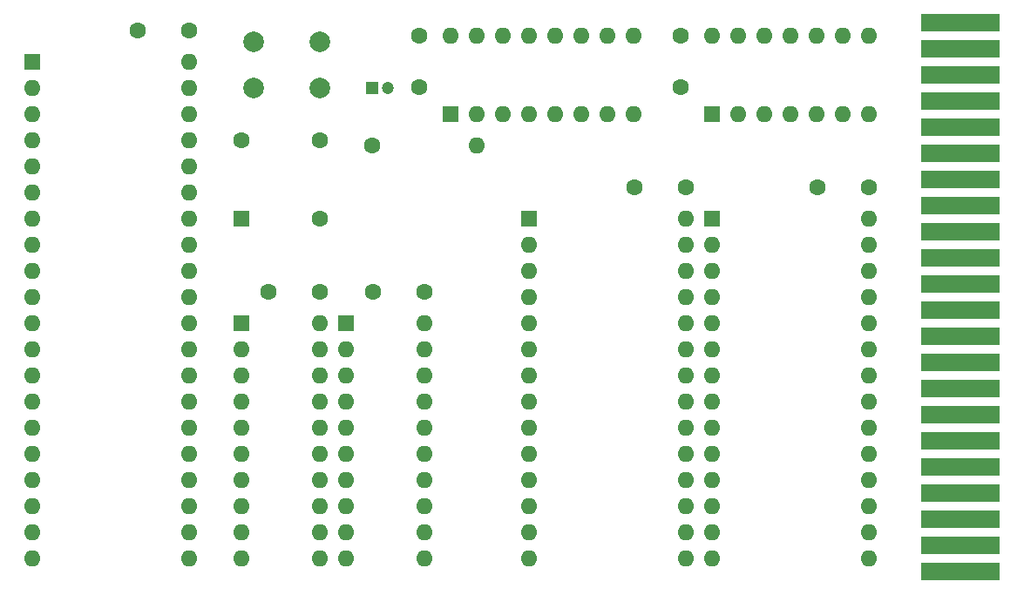
<source format=gbr>
G04 #@! TF.GenerationSoftware,KiCad,Pcbnew,(5.1.8)-1*
G04 #@! TF.CreationDate,2024-04-17T03:42:13-06:00*
G04 #@! TF.ProjectId,Simple_8088,53696d70-6c65-45f3-9830-38382e6b6963,rev?*
G04 #@! TF.SameCoordinates,Original*
G04 #@! TF.FileFunction,Soldermask,Bot*
G04 #@! TF.FilePolarity,Negative*
%FSLAX46Y46*%
G04 Gerber Fmt 4.6, Leading zero omitted, Abs format (unit mm)*
G04 Created by KiCad (PCBNEW (5.1.8)-1) date 2024-04-17 03:42:13*
%MOMM*%
%LPD*%
G01*
G04 APERTURE LIST*
%ADD10R,7.620000X1.780000*%
%ADD11O,1.600000X1.600000*%
%ADD12C,1.600000*%
%ADD13C,2.000000*%
%ADD14C,1.200000*%
%ADD15R,1.200000X1.200000*%
%ADD16R,1.600000X1.600000*%
G04 APERTURE END LIST*
D10*
G04 #@! TO.C,J1*
X194310000Y-138430000D03*
X194310000Y-135890000D03*
X194310000Y-133350000D03*
X194310000Y-130810000D03*
X194310000Y-128270000D03*
X194310000Y-125730000D03*
X194310000Y-123190000D03*
X194310000Y-120650000D03*
X194310000Y-118110000D03*
X194310000Y-115570000D03*
X194310000Y-113030000D03*
X194310000Y-110490000D03*
X194310000Y-107950000D03*
X194310000Y-105410000D03*
X194310000Y-102870000D03*
X194310000Y-100330000D03*
X194310000Y-97790000D03*
X194310000Y-95250000D03*
X194310000Y-92710000D03*
X194310000Y-90170000D03*
X194310000Y-87630000D03*
X194310000Y-85090000D03*
G04 #@! TD*
D11*
G04 #@! TO.C,R1*
X147320000Y-97028000D03*
D12*
X137160000Y-97028000D03*
G04 #@! TD*
D13*
G04 #@! TO.C,SW1*
X132080000Y-86940000D03*
X132080000Y-91440000D03*
X125580000Y-86940000D03*
X125580000Y-91440000D03*
G04 #@! TD*
D14*
G04 #@! TO.C,C8*
X138660000Y-91440000D03*
D15*
X137160000Y-91440000D03*
G04 #@! TD*
D12*
G04 #@! TO.C,C2*
X141732000Y-86360000D03*
X141732000Y-91360000D03*
G04 #@! TD*
G04 #@! TO.C,X1*
X132080000Y-104140000D03*
X132080000Y-96520000D03*
X124460000Y-96520000D03*
D16*
X124460000Y-104140000D03*
G04 #@! TD*
D11*
G04 #@! TO.C,U5*
X170180000Y-86360000D03*
X185420000Y-93980000D03*
X172720000Y-86360000D03*
X182880000Y-93980000D03*
X175260000Y-86360000D03*
X180340000Y-93980000D03*
X177800000Y-86360000D03*
X177800000Y-93980000D03*
X180340000Y-86360000D03*
X175260000Y-93980000D03*
X182880000Y-86360000D03*
X172720000Y-93980000D03*
X185420000Y-86360000D03*
D16*
X170180000Y-93980000D03*
G04 #@! TD*
D11*
G04 #@! TO.C,U7*
X185420000Y-104140000D03*
X170180000Y-137160000D03*
X185420000Y-106680000D03*
X170180000Y-134620000D03*
X185420000Y-109220000D03*
X170180000Y-132080000D03*
X185420000Y-111760000D03*
X170180000Y-129540000D03*
X185420000Y-114300000D03*
X170180000Y-127000000D03*
X185420000Y-116840000D03*
X170180000Y-124460000D03*
X185420000Y-119380000D03*
X170180000Y-121920000D03*
X185420000Y-121920000D03*
X170180000Y-119380000D03*
X185420000Y-124460000D03*
X170180000Y-116840000D03*
X185420000Y-127000000D03*
X170180000Y-114300000D03*
X185420000Y-129540000D03*
X170180000Y-111760000D03*
X185420000Y-132080000D03*
X170180000Y-109220000D03*
X185420000Y-134620000D03*
X170180000Y-106680000D03*
X185420000Y-137160000D03*
D16*
X170180000Y-104140000D03*
G04 #@! TD*
D11*
G04 #@! TO.C,U6*
X167640000Y-104140000D03*
X152400000Y-137160000D03*
X167640000Y-106680000D03*
X152400000Y-134620000D03*
X167640000Y-109220000D03*
X152400000Y-132080000D03*
X167640000Y-111760000D03*
X152400000Y-129540000D03*
X167640000Y-114300000D03*
X152400000Y-127000000D03*
X167640000Y-116840000D03*
X152400000Y-124460000D03*
X167640000Y-119380000D03*
X152400000Y-121920000D03*
X167640000Y-121920000D03*
X152400000Y-119380000D03*
X167640000Y-124460000D03*
X152400000Y-116840000D03*
X167640000Y-127000000D03*
X152400000Y-114300000D03*
X167640000Y-129540000D03*
X152400000Y-111760000D03*
X167640000Y-132080000D03*
X152400000Y-109220000D03*
X167640000Y-134620000D03*
X152400000Y-106680000D03*
X167640000Y-137160000D03*
D16*
X152400000Y-104140000D03*
G04 #@! TD*
D11*
G04 #@! TO.C,U4*
X132080000Y-114300000D03*
X124460000Y-137160000D03*
X132080000Y-116840000D03*
X124460000Y-134620000D03*
X132080000Y-119380000D03*
X124460000Y-132080000D03*
X132080000Y-121920000D03*
X124460000Y-129540000D03*
X132080000Y-124460000D03*
X124460000Y-127000000D03*
X132080000Y-127000000D03*
X124460000Y-124460000D03*
X132080000Y-129540000D03*
X124460000Y-121920000D03*
X132080000Y-132080000D03*
X124460000Y-119380000D03*
X132080000Y-134620000D03*
X124460000Y-116840000D03*
X132080000Y-137160000D03*
D16*
X124460000Y-114300000D03*
G04 #@! TD*
D11*
G04 #@! TO.C,U3*
X142240000Y-114300000D03*
X134620000Y-137160000D03*
X142240000Y-116840000D03*
X134620000Y-134620000D03*
X142240000Y-119380000D03*
X134620000Y-132080000D03*
X142240000Y-121920000D03*
X134620000Y-129540000D03*
X142240000Y-124460000D03*
X134620000Y-127000000D03*
X142240000Y-127000000D03*
X134620000Y-124460000D03*
X142240000Y-129540000D03*
X134620000Y-121920000D03*
X142240000Y-132080000D03*
X134620000Y-119380000D03*
X142240000Y-134620000D03*
X134620000Y-116840000D03*
X142240000Y-137160000D03*
D16*
X134620000Y-114300000D03*
G04 #@! TD*
D11*
G04 #@! TO.C,U2*
X144780000Y-86360000D03*
X162560000Y-93980000D03*
X147320000Y-86360000D03*
X160020000Y-93980000D03*
X149860000Y-86360000D03*
X157480000Y-93980000D03*
X152400000Y-86360000D03*
X154940000Y-93980000D03*
X154940000Y-86360000D03*
X152400000Y-93980000D03*
X157480000Y-86360000D03*
X149860000Y-93980000D03*
X160020000Y-86360000D03*
X147320000Y-93980000D03*
X162560000Y-86360000D03*
D16*
X144780000Y-93980000D03*
G04 #@! TD*
D11*
G04 #@! TO.C,U1*
X119380000Y-88900000D03*
X104140000Y-137160000D03*
X119380000Y-91440000D03*
X104140000Y-134620000D03*
X119380000Y-93980000D03*
X104140000Y-132080000D03*
X119380000Y-96520000D03*
X104140000Y-129540000D03*
X119380000Y-99060000D03*
X104140000Y-127000000D03*
X119380000Y-101600000D03*
X104140000Y-124460000D03*
X119380000Y-104140000D03*
X104140000Y-121920000D03*
X119380000Y-106680000D03*
X104140000Y-119380000D03*
X119380000Y-109220000D03*
X104140000Y-116840000D03*
X119380000Y-111760000D03*
X104140000Y-114300000D03*
X119380000Y-114300000D03*
X104140000Y-111760000D03*
X119380000Y-116840000D03*
X104140000Y-109220000D03*
X119380000Y-119380000D03*
X104140000Y-106680000D03*
X119380000Y-121920000D03*
X104140000Y-104140000D03*
X119380000Y-124460000D03*
X104140000Y-101600000D03*
X119380000Y-127000000D03*
X104140000Y-99060000D03*
X119380000Y-129540000D03*
X104140000Y-96520000D03*
X119380000Y-132080000D03*
X104140000Y-93980000D03*
X119380000Y-134620000D03*
X104140000Y-91440000D03*
X119380000Y-137160000D03*
D16*
X104140000Y-88900000D03*
G04 #@! TD*
D12*
G04 #@! TO.C,C7*
X185420000Y-101092000D03*
X180420000Y-101092000D03*
G04 #@! TD*
G04 #@! TO.C,C6*
X167640000Y-101092000D03*
X162640000Y-101092000D03*
G04 #@! TD*
G04 #@! TO.C,C5*
X167132000Y-86360000D03*
X167132000Y-91360000D03*
G04 #@! TD*
G04 #@! TO.C,C4*
X132080000Y-111252000D03*
X127080000Y-111252000D03*
G04 #@! TD*
G04 #@! TO.C,C3*
X142240000Y-111252000D03*
X137240000Y-111252000D03*
G04 #@! TD*
G04 #@! TO.C,C1*
X119380000Y-85852000D03*
X114380000Y-85852000D03*
G04 #@! TD*
M02*

</source>
